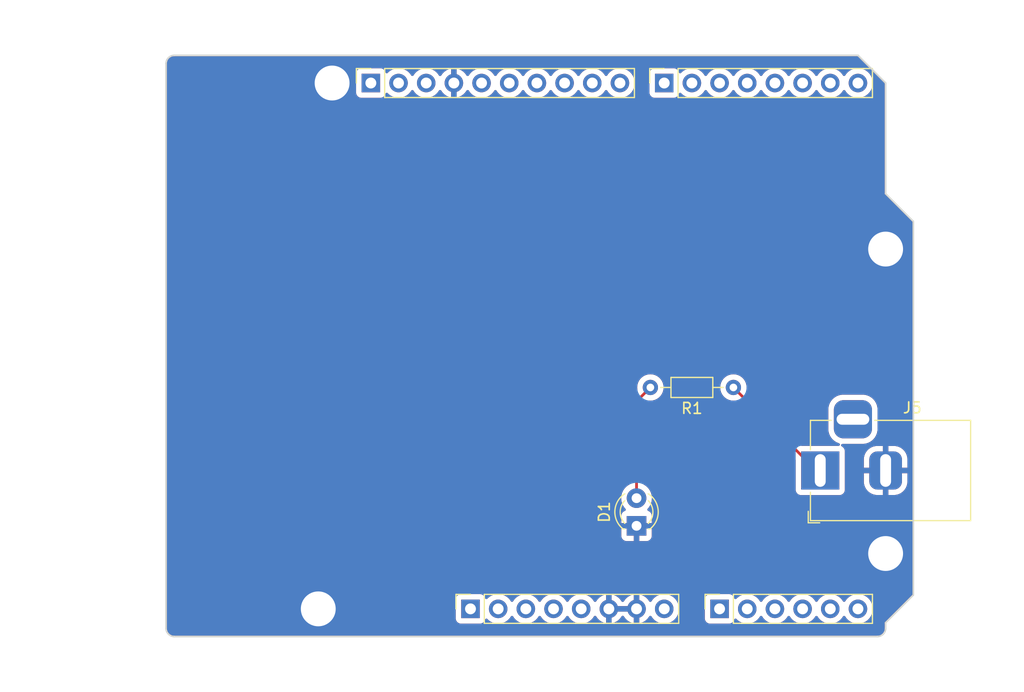
<source format=kicad_pcb>
(kicad_pcb (version 20221018) (generator pcbnew)
  (title_block (date "mar. 31 mars 2015"))
  (layers (0 "F.Cu" signal) (31 "B.Cu" signal) (34 "B.Paste" user) (35 "F.Paste" user) (36 "B.SilkS" user "B.Silkscreen") (37 "F.SilkS" user "F.Silkscreen") (38 "B.Mask" user) (39 "F.Mask" user) (44 "Edge.Cuts" user))
  (net 0 "")
  (net 1 "GND")
  (net 3 "+5V")
  (net 4 "/IOREF")
  (net 5 "/A0")
  (net 6 "/A1")
  (net 7 "/A2")
  (net 8 "/A3")
  (net 9 "/SDA{slash}A4")
  (net 10 "/SCL{slash}A5")
  (net 11 "/13")
  (net 12 "/12")
  (net 13 "/AREF")
  (net 14 "/8")
  (net 15 "/7")
  (net 16 "/*11")
  (net 17 "/*10")
  (net 18 "/*9")
  (net 19 "/4")
  (net 20 "/2")
  (net 21 "/*6")
  (net 22 "/*5")
  (net 23 "/TX{slash}1")
  (net 24 "/*3")
  (net 25 "/RX{slash}0")
  (net 26 "+3V3")
  (net 27 "VCC")
  (net 28 "/~{RESET}")
  (net 29 "Net-(D1-A)")
  (net 30 "Net-(J5-Pad1)")
  (footprint "Connector_PinSocket_2.54mm:PinSocket_1x08_P2.54mm_Vertical" (layer "F.Cu") (at 127.94 97.46 90)
    (fp_text reference "J1" hide)
    (fp_text value "Power")
    (fp_line (start -1.33 1.27) (end -1.33 19.11) (stroke (width 0.12)) (layer "F.SilkS"))
    (fp_line (start -1.33 1.27) (end 1.33 1.27) (stroke (width 0.12)) (layer "F.SilkS"))
    (fp_line (start -1.33 19.11) (end 1.33 19.11) (stroke (width 0.12)) (layer "F.SilkS"))
    (fp_line (start 0 -1.33) (end 1.33 -1.33) (stroke (width 0.12)) (layer "F.SilkS"))
    (fp_line (start 1.33 -1.33) (end 1.33 0) (stroke (width 0.12)) (layer "F.SilkS"))
    (fp_line (start 1.33 1.27) (end 1.33 19.11) (stroke (width 0.12)) (layer "F.SilkS"))
    (pad "1" thru_hole rect locked (at 0 0 90) (size 1.7 1.7) (drill 1) (layers "*.Cu" "*.Mask"))
    (pad "2" thru_hole oval locked (at 0 2.54 90) (size 1.7 1.7) (drill 1) (layers "*.Cu" "*.Mask") (net 4 "/IOREF"))
    (pad "3" thru_hole oval locked (at 0 5.08 90) (size 1.7 1.7) (drill 1) (layers "*.Cu" "*.Mask") (net 28 "/~{RESET}"))
    (pad "4" thru_hole oval locked (at 0 7.62 90) (size 1.7 1.7) (drill 1) (layers "*.Cu" "*.Mask") (net 26 "+3V3"))
    (pad "5" thru_hole oval locked (at 0 10.16 90) (size 1.7 1.7) (drill 1) (layers "*.Cu" "*.Mask") (net 3 "+5V"))
    (pad "6" thru_hole oval locked (at 0 12.7 90) (size 1.7 1.7) (drill 1) (layers "*.Cu" "*.Mask") (net 1 "GND"))
    (pad "7" thru_hole oval locked (at 0 15.24 90) (size 1.7 1.7) (drill 1) (layers "*.Cu" "*.Mask") (net 1 "GND"))
    (pad "8" thru_hole oval locked (at 0 17.78 90) (size 1.7 1.7) (drill 1) (layers "*.Cu" "*.Mask") (net 27 "VCC"))
  )
  (footprint "Connector_PinSocket_2.54mm:PinSocket_1x06_P2.54mm_Vertical" (layer "F.Cu") (at 150.8 97.46 90)
    (fp_text reference "J3" hide)
    (fp_text value "Analog")
    (fp_line (start -1.33 1.27) (end -1.33 14.03) (stroke (width 0.12)) (layer "F.SilkS"))
    (fp_line (start -1.33 1.27) (end 1.33 1.27) (stroke (width 0.12)) (layer "F.SilkS"))
    (fp_line (start -1.33 14.03) (end 1.33 14.03) (stroke (width 0.12)) (layer "F.SilkS"))
    (fp_line (start 0 -1.33) (end 1.33 -1.33) (stroke (width 0.12)) (layer "F.SilkS"))
    (fp_line (start 1.33 -1.33) (end 1.33 0) (stroke (width 0.12)) (layer "F.SilkS"))
    (fp_line (start 1.33 1.27) (end 1.33 14.03) (stroke (width 0.12)) (layer "F.SilkS"))
    (pad "1" thru_hole rect locked (at 0 0 90) (size 1.7 1.7) (drill 1) (layers "*.Cu" "*.Mask") (net 5 "/A0"))
    (pad "2" thru_hole oval locked (at 0 2.54 90) (size 1.7 1.7) (drill 1) (layers "*.Cu" "*.Mask") (net 6 "/A1"))
    (pad "3" thru_hole oval locked (at 0 5.08 90) (size 1.7 1.7) (drill 1) (layers "*.Cu" "*.Mask") (net 7 "/A2"))
    (pad "4" thru_hole oval locked (at 0 7.62 90) (size 1.7 1.7) (drill 1) (layers "*.Cu" "*.Mask") (net 8 "/A3"))
    (pad "5" thru_hole oval locked (at 0 10.16 90) (size 1.7 1.7) (drill 1) (layers "*.Cu" "*.Mask") (net 9 "/SDA{slash}A4"))
    (pad "6" thru_hole oval locked (at 0 12.7 90) (size 1.7 1.7) (drill 1) (layers "*.Cu" "*.Mask") (net 10 "/SCL{slash}A5"))
  )
  (footprint "Connector_PinSocket_2.54mm:PinSocket_1x10_P2.54mm_Vertical" (layer "F.Cu") (at 118.796 49.2 90)
    (fp_text reference "J2" hide)
    (fp_text value "Digital/PWM")
    (fp_line (start -1.33 1.27) (end -1.33 24.19) (stroke (width 0.12)) (layer "F.SilkS"))
    (fp_line (start -1.33 1.27) (end 1.33 1.27) (stroke (width 0.12)) (layer "F.SilkS"))
    (fp_line (start -1.33 24.19) (end 1.33 24.19) (stroke (width 0.12)) (layer "F.SilkS"))
    (fp_line (start 0 -1.33) (end 1.33 -1.33) (stroke (width 0.12)) (layer "F.SilkS"))
    (fp_line (start 1.33 -1.33) (end 1.33 0) (stroke (width 0.12)) (layer "F.SilkS"))
    (fp_line (start 1.33 1.27) (end 1.33 24.19) (stroke (width 0.12)) (layer "F.SilkS"))
    (pad "1" thru_hole rect locked (at 0 0 90) (size 1.7 1.7) (drill 1) (layers "*.Cu" "*.Mask") (net 10 "/SCL{slash}A5"))
    (pad "2" thru_hole oval locked (at 0 2.54 90) (size 1.7 1.7) (drill 1) (layers "*.Cu" "*.Mask") (net 9 "/SDA{slash}A4"))
    (pad "3" thru_hole oval locked (at 0 5.08 90) (size 1.7 1.7) (drill 1) (layers "*.Cu" "*.Mask") (net 13 "/AREF"))
    (pad "4" thru_hole oval locked (at 0 7.62 90) (size 1.7 1.7) (drill 1) (layers "*.Cu" "*.Mask") (net 1 "GND"))
    (pad "5" thru_hole oval locked (at 0 10.16 90) (size 1.7 1.7) (drill 1) (layers "*.Cu" "*.Mask") (net 11 "/13"))
    (pad "6" thru_hole oval locked (at 0 12.7 90) (size 1.7 1.7) (drill 1) (layers "*.Cu" "*.Mask") (net 12 "/12"))
    (pad "7" thru_hole oval locked (at 0 15.24 90) (size 1.7 1.7) (drill 1) (layers "*.Cu" "*.Mask") (net 16 "/*11"))
    (pad "8" thru_hole oval locked (at 0 17.78 90) (size 1.7 1.7) (drill 1) (layers "*.Cu" "*.Mask") (net 17 "/*10"))
    (pad "9" thru_hole oval locked (at 0 20.32 90) (size 1.7 1.7) (drill 1) (layers "*.Cu" "*.Mask") (net 18 "/*9"))
    (pad "10" thru_hole oval locked (at 0 22.86 90) (size 1.7 1.7) (drill 1) (layers "*.Cu" "*.Mask") (net 14 "/8"))
  )
  (footprint "Connector_PinSocket_2.54mm:PinSocket_1x08_P2.54mm_Vertical" (layer "F.Cu") (at 145.72 49.2 90)
    (fp_text reference "J4" hide)
    (fp_text value "Digital/PWM")
    (fp_line (start -1.33 1.27) (end -1.33 19.11) (stroke (width 0.12)) (layer "F.SilkS"))
    (fp_line (start -1.33 1.27) (end 1.33 1.27) (stroke (width 0.12)) (layer "F.SilkS"))
    (fp_line (start -1.33 19.11) (end 1.33 19.11) (stroke (width 0.12)) (layer "F.SilkS"))
    (fp_line (start 0 -1.33) (end 1.33 -1.33) (stroke (width 0.12)) (layer "F.SilkS"))
    (fp_line (start 1.33 -1.33) (end 1.33 0) (stroke (width 0.12)) (layer "F.SilkS"))
    (fp_line (start 1.33 1.27) (end 1.33 19.11) (stroke (width 0.12)) (layer "F.SilkS"))
    (pad "1" thru_hole rect locked (at 0 0 90) (size 1.7 1.7) (drill 1) (layers "*.Cu" "*.Mask") (net 15 "/7"))
    (pad "2" thru_hole oval locked (at 0 2.54 90) (size 1.7 1.7) (drill 1) (layers "*.Cu" "*.Mask") (net 21 "/*6"))
    (pad "3" thru_hole oval locked (at 0 5.08 90) (size 1.7 1.7) (drill 1) (layers "*.Cu" "*.Mask") (net 22 "/*5"))
    (pad "4" thru_hole oval locked (at 0 7.62 90) (size 1.7 1.7) (drill 1) (layers "*.Cu" "*.Mask") (net 19 "/4"))
    (pad "5" thru_hole oval locked (at 0 10.16 90) (size 1.7 1.7) (drill 1) (layers "*.Cu" "*.Mask") (net 24 "/*3"))
    (pad "6" thru_hole oval locked (at 0 12.7 90) (size 1.7 1.7) (drill 1) (layers "*.Cu" "*.Mask") (net 20 "/2"))
    (pad "7" thru_hole oval locked (at 0 15.24 90) (size 1.7 1.7) (drill 1) (layers "*.Cu" "*.Mask") (net 23 "/TX{slash}1"))
    (pad "8" thru_hole oval locked (at 0 17.78 90) (size 1.7 1.7) (drill 1) (layers "*.Cu" "*.Mask") (net 25 "/RX{slash}0"))
  )
  (footprint "Arduino_MountingHole:MountingHole_3.2mm" (layer "F.Cu") (at 115.24 49.2)
    (fp_text reference "MH1" hide)
    (fp_text value "MountingHole_3.2mm" hide)
    (pad "" np_thru_hole circle locked (at 0 0) (size 3.2 3.2) (drill 3.2) (layers "*.Cu" "*.Mask"))
  )
  (footprint "Connector_BarrelJack:BarrelJack_Horizontal" (layer "F.Cu") (at 160.04 84.76 180)
    (fp_text reference "J5" (at -8.45 5.75) (layer "F.SilkS"))
    (fp_text value "Barrel_Jack")
    (fp_line (start -13.8 -4.6) (end 0.9 -4.6) (stroke (width 0.12)) (layer "F.SilkS"))
    (fp_line (start -13.8 4.6) (end -13.8 -4.6) (stroke (width 0.12)) (layer "F.SilkS"))
    (fp_line (start -5 4.6) (end -13.8 4.6) (stroke (width 0.12)) (layer "F.SilkS"))
    (fp_line (start 0.05 -4.8) (end 1.1 -4.8) (stroke (width 0.12)) (layer "F.SilkS"))
    (fp_line (start 0.9 -4.6) (end 0.9 -2) (stroke (width 0.12)) (layer "F.SilkS"))
    (fp_line (start 0.9 1.9) (end 0.9 4.6) (stroke (width 0.12)) (layer "F.SilkS"))
    (fp_line (start 0.9 4.6) (end -1 4.6) (stroke (width 0.12)) (layer "F.SilkS"))
    (fp_line (start 1.1 -3.75) (end 1.1 -4.8) (stroke (width 0.12)) (layer "F.SilkS"))
    (pad "1" thru_hole rect (at 0 0 180) (size 3.5 3.5) (drill oval 1 3) (layers "*.Cu" "*.Mask") (net 30 "Net-(J5-Pad1)"))
    (pad "2" thru_hole roundrect (at -6 0 180) (size 3 3.5) (drill oval 1 3) (layers "*.Cu" "*.Mask") (net 1 "GND"))
    (pad "3" thru_hole roundrect (at -3 4.7 180) (size 3.5 3.5) (drill oval 3 1) (layers "*.Cu" "*.Mask"))
  )
  (footprint "LED_THT:LED_D3.0mm" (layer "F.Cu") (at 143.18 89.84 90)
    (fp_text reference "D1" (at 1.27 -2.96 90) (layer "F.SilkS"))
    (fp_text value "LED")
    (fp_line (start -0.29 -1.236) (end -0.29 -1.08) (stroke (width 0.12)) (layer "F.SilkS"))
    (fp_line (start -0.29 1.08) (end -0.29 1.236) (stroke (width 0.12)) (layer "F.SilkS"))
    (fp_arc (start -0.29 -1.235516) (mid 1.366487 -1.987659) (end 2.942335 -1.078608) (stroke (width 0.12)) (layer "F.SilkS"))
    (fp_arc (start 0.229039 -1.08) (mid 1.270117 -1.5) (end 2.31113 -1.079837) (stroke (width 0.12)) (layer "F.SilkS"))
    (fp_arc (start 2.31113 1.079837) (mid 1.270117 1.5) (end 0.229039 1.08) (stroke (width 0.12)) (layer "F.SilkS"))
    (fp_arc (start 2.942335 1.078608) (mid 1.366487 1.987659) (end -0.29 1.235516) (stroke (width 0.12)) (layer "F.SilkS"))
    (pad "1" thru_hole rect (at 0 0 90) (size 1.8 1.8) (drill 0.9) (layers "*.Cu" "*.Mask") (net 1 "GND"))
    (pad "2" thru_hole circle (at 2.54 0 90) (size 1.8 1.8) (drill 0.9) (layers "*.Cu" "*.Mask") (net 29 "Net-(D1-A)"))
  )
  (footprint "Arduino_MountingHole:MountingHole_3.2mm" (layer "F.Cu") (at 113.97 97.46)
    (fp_text reference "MH2" hide)
    (fp_text value "MountingHole_3.2mm" hide)
    (pad "" np_thru_hole circle locked (at 0 0) (size 3.2 3.2) (drill 3.2) (layers "*.Cu" "*.Mask"))
  )
  (footprint "Arduino_MountingHole:MountingHole_3.2mm" (layer "F.Cu") (at 166.04 64.44)
    (fp_text reference "MH3" hide)
    (fp_text value "MountingHole_3.2mm" hide)
    (pad "" np_thru_hole circle locked (at 0 0) (size 3.2 3.2) (drill 3.2) (layers "*.Cu" "*.Mask"))
  )
  (footprint "Arduino_MountingHole:MountingHole_3.2mm" (layer "F.Cu") (at 166.04 92.38)
    (fp_text reference "MH4" hide)
    (fp_text value "MountingHole_3.2mm" hide)
    (pad "" np_thru_hole circle locked (at 0 0) (size 3.2 3.2) (drill 3.2) (layers "*.Cu" "*.Mask"))
  )
  (footprint "Resistor_THT:R_Axial_DIN0204_L3.6mm_D1.6mm_P7.62mm_Horizontal" (layer "F.Cu") (at 152.07 77.14 180)
    (fp_text reference "R1" (at 3.81 -1.92) (layer "F.SilkS"))
    (fp_text value "R")
    (fp_line (start 0.94 0) (end 1.89 0) (stroke (width 0.12)) (layer "F.SilkS"))
    (fp_line (start 1.89 -0.92) (end 1.89 0.92) (stroke (width 0.12)) (layer "F.SilkS"))
    (fp_line (start 1.89 0.92) (end 5.73 0.92) (stroke (width 0.12)) (layer "F.SilkS"))
    (fp_line (start 5.73 -0.92) (end 1.89 -0.92) (stroke (width 0.12)) (layer "F.SilkS"))
    (fp_line (start 5.73 0.92) (end 5.73 -0.92) (stroke (width 0.12)) (layer "F.SilkS"))
    (fp_line (start 6.68 0) (end 5.73 0) (stroke (width 0.12)) (layer "F.SilkS"))
    (pad "1" thru_hole circle (at 0 0 180) (size 1.4 1.4) (drill 0.7) (layers "*.Cu" "*.Mask") (net 30 "Net-(J5-Pad1)"))
    (pad "2" thru_hole oval (at 7.62 0 180) (size 1.4 1.4) (drill 0.7) (layers "*.Cu" "*.Mask") (net 29 "Net-(D1-A)"))
  )
  (gr_line (start 166.04 59.36) (end 168.58 61.9) (stroke (width 0.15)) (layer "Edge.Cuts"))
  (gr_line (start 100 99.238) (end 100 47.422) (stroke (width 0.15)) (layer "Edge.Cuts"))
  (gr_line (start 168.58 61.9) (end 168.58 96.19) (stroke (width 0.15)) (layer "Edge.Cuts"))
  (gr_line (start 165.278 100) (end 100.762 100) (stroke (width 0.15)) (layer "Edge.Cuts"))
  (gr_line (start 100.762 46.66) (end 163.5 46.66) (stroke (width 0.15)) (layer "Edge.Cuts"))
  (gr_arc (start 100.762 100) (mid 100.223185 99.776815) (end 100 99.238) (stroke (width 0.15)) (layer "Edge.Cuts"))
  (gr_line (start 168.58 96.19) (end 166.04 98.73) (stroke (width 0.15)) (layer "Edge.Cuts"))
  (gr_line (start 163.5 46.66) (end 166.04 49.2) (stroke (width 0.15)) (layer "Edge.Cuts"))
  (gr_arc (start 166.04 99.238) (mid 165.816815 99.776815) (end 165.278 100) (stroke (width 0.15)) (layer "Edge.Cuts"))
  (gr_line (start 166.04 49.2) (end 166.04 59.36) (stroke (width 0.15)) (layer "Edge.Cuts"))
  (gr_line (start 166.04 98.73) (end 166.04 99.238) (stroke (width 0.15)) (layer "Edge.Cuts"))
  (gr_arc (start 100 47.422) (mid 100.223185 46.883185) (end 100.762 46.66) (stroke (width 0.15)) (layer "Edge.Cuts"))
  (segment (start 143.18 78.41) (end 144.45 77.14) (width 0.25) (layer "F.Cu") (net 29))
  (segment (start 143.18 87.3) (end 143.18 78.41) (width 0.25) (layer "F.Cu") (net 29))
  (segment (start 152.07 77.14) (end 159.69 84.76) (width 0.25) (layer "F.Cu") (net 30))
  (segment (start 159.69 84.76) (end 160.04 84.76) (width 0.25) (layer "F.Cu") (net 30))
  (zone (net 1) (net_name "GND") (layers "F&B.Cu") (connect_pads (clearance 0.508)) (min_thickness 0.25) (fill yes (thermal_gap 0.5) (thermal_bridge_width 0.5))
    (polygon (pts (xy 84.76 41.58) (xy 84.76 105.08) (xy 178.74 105.08) (xy 176.2 41.58)))
  )
)
</source>
